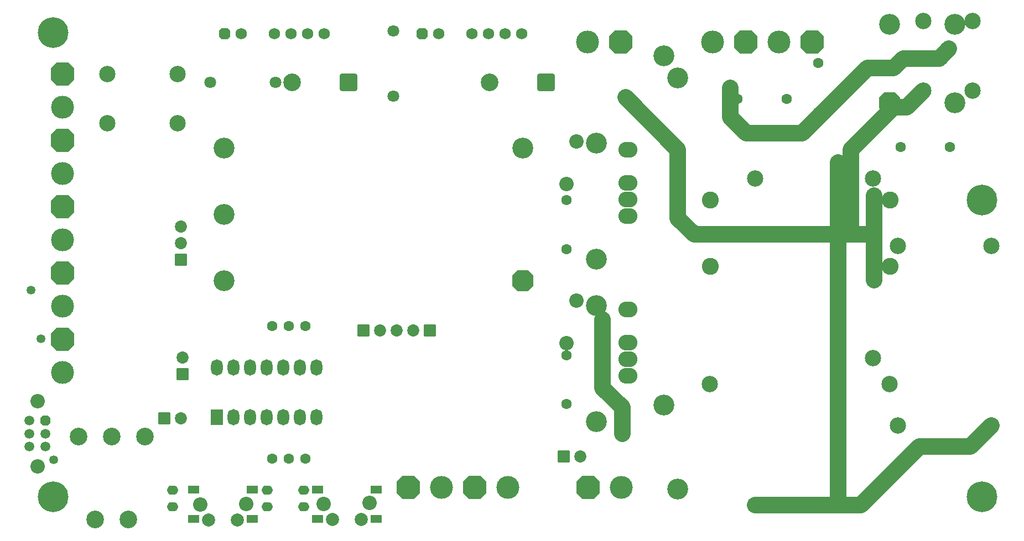
<source format=gbr>
G04 Layer_Color=8388736*
%FSLAX26Y26*%
%MOIN*%
%TF.FileFunction,Soldermask,Top*%
%TF.Part,Single*%
G01*
G75*
%TA.AperFunction,NonConductor*%
%ADD102C,0.100000*%
%TA.AperFunction,SMDPad,CuDef*%
%ADD103R,0.068000X0.048000*%
%TA.AperFunction,ComponentPad*%
%ADD104C,0.086740*%
%ADD105C,0.059181*%
G04:AMPARAMS|DCode=106|XSize=59.181mil|YSize=59.181mil|CornerRadius=0mil|HoleSize=0mil|Usage=FLASHONLY|Rotation=270.000|XOffset=0mil|YOffset=0mil|HoleType=Round|Shape=Octagon|*
%AMOCTAGOND106*
4,1,8,-0.014795,-0.029591,0.014795,-0.029591,0.029591,-0.014795,0.029591,0.014795,0.014795,0.029591,-0.014795,0.029591,-0.029591,0.014795,-0.029591,-0.014795,-0.014795,-0.029591,0.0*
%
%ADD106OCTAGOND106*%

%ADD107C,0.098551*%
%ADD108C,0.078866*%
%ADD109C,0.068000*%
G04:AMPARAMS|DCode=110|XSize=68mil|YSize=68mil|CornerRadius=0mil|HoleSize=0mil|Usage=FLASHONLY|Rotation=0.000|XOffset=0mil|YOffset=0mil|HoleType=Round|Shape=Octagon|*
%AMOCTAGOND110*
4,1,8,0.034000,-0.017000,0.034000,0.017000,0.017000,0.034000,-0.017000,0.034000,-0.034000,0.017000,-0.034000,-0.017000,-0.017000,-0.034000,0.017000,-0.034000,0.034000,-0.017000,0.0*
%
%ADD110OCTAGOND110*%

%ADD111C,0.073000*%
G04:AMPARAMS|DCode=112|XSize=73mil|YSize=73mil|CornerRadius=7.25mil|HoleSize=0mil|Usage=FLASHONLY|Rotation=180.000|XOffset=0mil|YOffset=0mil|HoleType=Round|Shape=RoundedRectangle|*
%AMROUNDEDRECTD112*
21,1,0.073000,0.058500,0,0,180.0*
21,1,0.058500,0.073000,0,0,180.0*
1,1,0.014500,-0.029250,0.029250*
1,1,0.014500,0.029250,0.029250*
1,1,0.014500,0.029250,-0.029250*
1,1,0.014500,-0.029250,-0.029250*
%
%ADD112ROUNDEDRECTD112*%
%ADD113C,0.126110*%
G04:AMPARAMS|DCode=114|XSize=126.11mil|YSize=126.11mil|CornerRadius=0mil|HoleSize=0mil|Usage=FLASHONLY|Rotation=270.000|XOffset=0mil|YOffset=0mil|HoleType=Round|Shape=Octagon|*
%AMOCTAGOND114*
4,1,8,-0.031527,-0.063055,0.031527,-0.063055,0.063055,-0.031528,0.063055,0.031528,0.031527,0.063055,-0.031527,0.063055,-0.063055,0.031528,-0.063055,-0.031528,-0.031527,-0.063055,0.0*
%
%ADD114OCTAGOND114*%

G04:AMPARAMS|DCode=115|XSize=73mil|YSize=73mil|CornerRadius=7.25mil|HoleSize=0mil|Usage=FLASHONLY|Rotation=90.000|XOffset=0mil|YOffset=0mil|HoleType=Round|Shape=RoundedRectangle|*
%AMROUNDEDRECTD115*
21,1,0.073000,0.058500,0,0,90.0*
21,1,0.058500,0.073000,0,0,90.0*
1,1,0.014500,0.029250,0.029250*
1,1,0.014500,0.029250,-0.029250*
1,1,0.014500,-0.029250,-0.029250*
1,1,0.014500,-0.029250,0.029250*
%
%ADD115ROUNDEDRECTD115*%
%ADD116C,0.106425*%
G04:AMPARAMS|DCode=117|XSize=106.425mil|YSize=106.425mil|CornerRadius=13.842mil|HoleSize=0mil|Usage=FLASHONLY|Rotation=0.000|XOffset=0mil|YOffset=0mil|HoleType=Round|Shape=RoundedRectangle|*
%AMROUNDEDRECTD117*
21,1,0.106425,0.078740,0,0,0.0*
21,1,0.078740,0.106425,0,0,0.0*
1,1,0.027685,0.039370,-0.039370*
1,1,0.027685,-0.039370,-0.039370*
1,1,0.027685,-0.039370,0.039370*
1,1,0.027685,0.039370,0.039370*
%
%ADD117ROUNDEDRECTD117*%
%ADD118C,0.070992*%
G04:AMPARAMS|DCode=119|XSize=126.11mil|YSize=126.11mil|CornerRadius=0mil|HoleSize=0mil|Usage=FLASHONLY|Rotation=180.000|XOffset=0mil|YOffset=0mil|HoleType=Round|Shape=Octagon|*
%AMOCTAGOND119*
4,1,8,-0.063055,0.031527,-0.063055,-0.031527,-0.031528,-0.063055,0.031528,-0.063055,0.063055,-0.031527,0.063055,0.031527,0.031528,0.063055,-0.031528,0.063055,-0.063055,0.031527,0.0*
%
%ADD119OCTAGOND119*%

G04:AMPARAMS|DCode=120|XSize=137.921mil|YSize=137.921mil|CornerRadius=0mil|HoleSize=0mil|Usage=FLASHONLY|Rotation=270.000|XOffset=0mil|YOffset=0mil|HoleType=Round|Shape=Octagon|*
%AMOCTAGOND120*
4,1,8,-0.034480,-0.068961,0.034480,-0.068961,0.068961,-0.034480,0.068961,0.034480,0.034480,0.068961,-0.034480,0.068961,-0.068961,0.034480,-0.068961,-0.034480,-0.034480,-0.068961,0.0*
%
%ADD120OCTAGOND120*%

%ADD121C,0.137921*%
%ADD122C,0.102488*%
%ADD123C,0.063118*%
%ADD124O,0.067055X0.055244*%
G04:AMPARAMS|DCode=125|XSize=137.921mil|YSize=137.921mil|CornerRadius=0mil|HoleSize=0mil|Usage=FLASHONLY|Rotation=180.000|XOffset=0mil|YOffset=0mil|HoleType=Round|Shape=Octagon|*
%AMOCTAGOND125*
4,1,8,-0.068961,0.034480,-0.068961,-0.034480,-0.034480,-0.068961,0.034480,-0.068961,0.068961,-0.034480,0.068961,0.034480,0.034480,0.068961,-0.034480,0.068961,-0.068961,0.034480,0.0*
%
%ADD125OCTAGOND125*%

%ADD126O,0.114299X0.096189*%
%ADD127O,0.072000X0.098000*%
%ADD128R,0.072000X0.098000*%
%TA.AperFunction,WasherPad*%
%ADD129C,0.185165*%
%TA.AperFunction,ViaPad*%
%ADD130C,0.126110*%
%ADD131C,0.053000*%
D102*
X4862205Y2657480D02*
X4980315Y2539370D01*
Y2381890D01*
X4862205Y2657480D02*
Y3070866D01*
X5413386Y3582677D02*
X6496063D01*
Y3818898D01*
Y3602362D02*
Y3307087D01*
X6358268Y3602362D02*
Y4094488D01*
X6614173Y4350394D01*
X6692913D01*
X6791339Y4448819D01*
X6889764Y4645669D02*
X6948819Y4704724D01*
X6889764Y4645669D02*
X6673228D01*
X6614173Y4586614D01*
X6456693D01*
X6062992Y4192913D01*
X5728346D01*
X5629921Y4291338D01*
Y4468504D01*
X5314961Y4094488D02*
Y3681102D01*
X5413386Y3582677D01*
X5314961Y4094488D02*
X5000000Y4409449D01*
X6279528Y4015748D02*
Y1950748D01*
X6419252D02*
X6771654Y2303150D01*
X7076772D01*
X7204724Y2431102D01*
X6419252Y1950748D02*
X5780000D01*
D103*
X2397835Y1867500D02*
D03*
Y2042500D02*
D03*
X2752165Y1867500D02*
D03*
Y2042500D02*
D03*
X3142835Y1867500D02*
D03*
Y2042500D02*
D03*
X3497165Y1867500D02*
D03*
Y2042500D02*
D03*
D104*
X1456693Y2185039D02*
D03*
Y2578740D02*
D03*
X2437205Y1953740D02*
D03*
X2712795Y1957677D02*
D03*
X3182205Y1958740D02*
D03*
X3457795Y1962677D02*
D03*
X4645472Y2927047D02*
D03*
X4704528Y3182953D02*
D03*
X4645472Y3887047D02*
D03*
X4704528Y4142953D02*
D03*
D105*
X1407480Y2303150D02*
D03*
Y2381890D02*
D03*
X1505906D02*
D03*
Y2303150D02*
D03*
X1407480Y2460630D02*
D03*
D106*
X1505906Y2460630D02*
D03*
D107*
X2300000Y4254724D02*
D03*
Y4550000D02*
D03*
X1878740D02*
D03*
Y4254724D02*
D03*
X5507323Y2680000D02*
D03*
X5780000Y1950748D02*
D03*
X6640000Y2430000D02*
D03*
X6590000Y2680000D02*
D03*
X6490000Y2838661D02*
D03*
X6640000Y3512677D02*
D03*
X6490000Y3921339D02*
D03*
X7090000Y4450000D02*
D03*
Y4871260D02*
D03*
X6794724D02*
D03*
Y4450000D02*
D03*
X7204724Y3513780D02*
D03*
Y2431102D02*
D03*
X5780000Y3919252D02*
D03*
D108*
X2488386Y1859252D02*
D03*
X2661614D02*
D03*
X3233386Y1864252D02*
D03*
X3406614D02*
D03*
D109*
X4375000Y4795000D02*
D03*
X4275000D02*
D03*
X4175000D02*
D03*
X4075000D02*
D03*
X3875000D02*
D03*
X3185000D02*
D03*
X3085000D02*
D03*
X2985000D02*
D03*
X2885000D02*
D03*
X2685000D02*
D03*
D110*
X3775000Y4795000D02*
D03*
X2585000D02*
D03*
D111*
X2320000Y2475000D02*
D03*
X2330000Y2840000D02*
D03*
X2320000Y3530000D02*
D03*
Y3630000D02*
D03*
X3520000Y3003740D02*
D03*
X3620000D02*
D03*
X3720000D02*
D03*
X4725984Y2244095D02*
D03*
D112*
X2220000Y2475000D02*
D03*
X3420000Y3003740D02*
D03*
X3820000D02*
D03*
X4625984Y2244095D02*
D03*
D113*
X2580000Y3305000D02*
D03*
Y3705000D02*
D03*
Y4105000D02*
D03*
X4380000D02*
D03*
X4825000Y4135000D02*
D03*
X5229907Y4661123D02*
D03*
X4825000Y3435000D02*
D03*
Y3155000D02*
D03*
Y2455000D02*
D03*
X5230000Y2555000D02*
D03*
X6985000Y4377559D02*
D03*
Y4850000D02*
D03*
X6591299D02*
D03*
D114*
X6591299Y4377559D02*
D03*
D115*
X2330000Y2740000D02*
D03*
X2320000Y3430000D02*
D03*
D116*
X1805000Y1865000D02*
D03*
X2005000D02*
D03*
X2105000Y2365000D02*
D03*
X1905000D02*
D03*
X1705000D02*
D03*
X2990000Y4500000D02*
D03*
X4180000D02*
D03*
D117*
X4520000Y4500000D02*
D03*
X3330000D02*
D03*
D118*
X3600000Y4418150D02*
D03*
Y4811850D02*
D03*
X2891850Y4500000D02*
D03*
X2498150D02*
D03*
D119*
X4380000Y3305000D02*
D03*
D120*
X1607480Y2950000D02*
D03*
Y3350000D02*
D03*
Y3750000D02*
D03*
Y4150000D02*
D03*
Y4550000D02*
D03*
D121*
X1607480Y2750000D02*
D03*
Y3150000D02*
D03*
Y3550000D02*
D03*
Y3950000D02*
D03*
Y4350000D02*
D03*
X3890000Y2057481D02*
D03*
X4290000D02*
D03*
X4975000D02*
D03*
X5925000Y4742520D02*
D03*
X5525000D02*
D03*
X4770000D02*
D03*
D122*
X5512323Y3390000D02*
D03*
Y3791575D02*
D03*
X6595000Y3390000D02*
D03*
Y3791575D02*
D03*
D123*
X2870000Y2230000D02*
D03*
X2970000D02*
D03*
X3070000D02*
D03*
Y3030000D02*
D03*
X2970000D02*
D03*
X2870000D02*
D03*
X4645000Y2560000D02*
D03*
Y2855276D02*
D03*
Y3495000D02*
D03*
Y3790276D02*
D03*
X5674213Y4400000D02*
D03*
X5969488D02*
D03*
X6161417Y4320866D02*
D03*
Y4616142D02*
D03*
X6657362Y4110000D02*
D03*
X6952638D02*
D03*
D124*
X2270000Y1940000D02*
D03*
Y2040000D02*
D03*
X2840000Y1940000D02*
D03*
Y2040000D02*
D03*
X3060000Y1940000D02*
D03*
Y2040000D02*
D03*
D125*
X3690000Y2057481D02*
D03*
X4090000D02*
D03*
X4775000D02*
D03*
X6125000Y4742520D02*
D03*
X5725000D02*
D03*
X4970000D02*
D03*
D126*
X5015000Y2730000D02*
D03*
Y2830000D02*
D03*
Y2930000D02*
D03*
Y3130000D02*
D03*
Y3695000D02*
D03*
Y3795000D02*
D03*
Y3895000D02*
D03*
Y4095000D02*
D03*
D127*
X2636535Y2480000D02*
D03*
X2736535D02*
D03*
X2836535D02*
D03*
X2936535D02*
D03*
X3036535D02*
D03*
X3136535D02*
D03*
Y2780000D02*
D03*
X3036535D02*
D03*
X2936535D02*
D03*
X2836535D02*
D03*
X2736535D02*
D03*
X2636535D02*
D03*
X2536535D02*
D03*
D128*
X2536535Y2480000D02*
D03*
D129*
X1550000Y2000000D02*
D03*
Y4800000D02*
D03*
X7146850Y2000000D02*
D03*
Y3790000D02*
D03*
D130*
X5314961Y2047244D02*
D03*
Y4527559D02*
D03*
D131*
X1555118Y2224409D02*
D03*
X1476378Y2952756D02*
D03*
X1417323Y3248032D02*
D03*
%TF.MD5,805a96d3ca0fb26956c6815a0c1a20e9*%
M02*

</source>
